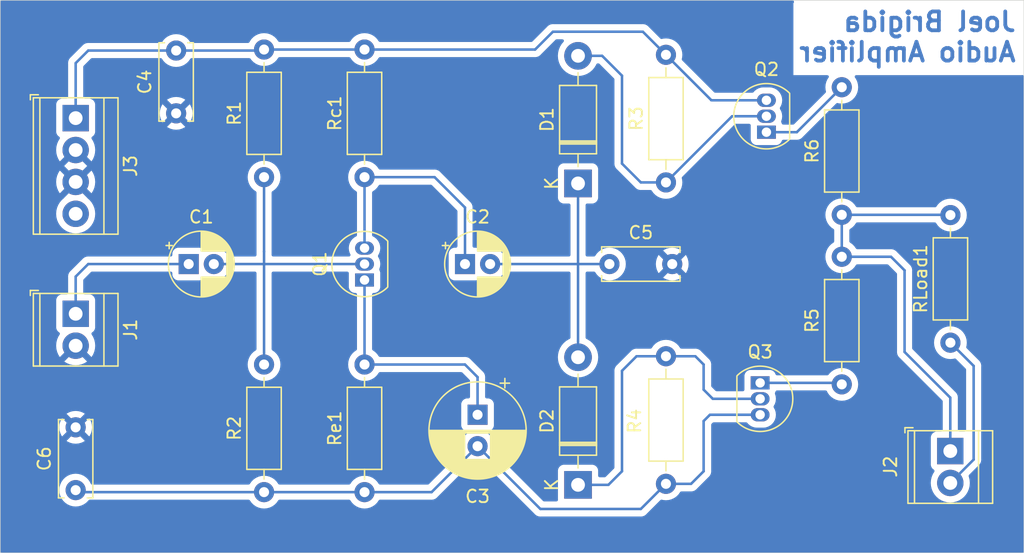
<source format=kicad_pcb>
(kicad_pcb (version 20221018) (generator pcbnew)
  (layers (0 "F.Cu" signal) (31 "B.Cu" signal) (34 "B.Paste" user) (35 "F.Paste" user) (36 "B.SilkS" user "B.Silkscreen") (37 "F.SilkS" user "F.Silkscreen") (38 "B.Mask" user) (39 "F.Mask" user) (44 "Edge.Cuts" user))
  (net 0 "")
  (net 1 "/Vin")
  (net 2 "Net-(Q1-B)")
  (net 3 "Net-(Q1-C)")
  (net 4 "Net-(D1-K)")
  (net 5 "Net-(Q1-E)")
  (net 6 "/Vee (-9V)")
  (net 7 "GNDREF")
  (net 8 "/Vcc (+9V)")
  (net 9 "Net-(D1-A)")
  (net 10 "Net-(D2-K)")
  (net 11 "/Vout")
  (net 12 "Net-(Q2-E)")
  (net 13 "Net-(Q3-E)")
  (footprint "Capacitor_THT:CP_Radial_D5.0mm_P2.00mm" (layer "F.Cu") (at 140 93)
    (fp_text reference "C2" (at 1 -3.75) (layer "F.SilkS"))
    (fp_text value "10uF")
    (pad "1" thru_hole rect (at 0 0) (size 1.6 1.6) (drill 0.8) (layers "*.Cu" "*.Mask") (net 3 "Net-(Q1-C)"))
    (pad "2" thru_hole circle (at 2 0) (size 1.6 1.6) (drill 0.8) (layers "*.Cu" "*.Mask") (net 4 "Net-(D1-K)"))
  )
  (footprint "Resistor_THT:R_Axial_DIN0207_L6.3mm_D2.5mm_P10.16mm_Horizontal" (layer "F.Cu") (at 156 86.5 90)
    (fp_text reference "R3" (at 5.08 -2.37 90) (layer "F.SilkS"))
    (fp_text value "20k")
    (pad "1" thru_hole circle (at 0 0 90) (size 1.6 1.6) (drill 0.8) (layers "*.Cu" "*.Mask") (net 9 "Net-(D1-A)"))
    (pad "2" thru_hole oval (at 10.16 0 90) (size 1.6 1.6) (drill 0.8) (layers "*.Cu" "*.Mask") (net 8 "/Vcc (+9V)"))
  )
  (footprint "Diode_THT:D_DO-41_SOD81_P10.16mm_Horizontal" (layer "F.Cu") (at 149 110.58 90)
    (fp_text reference "D2" (at 5.08 -2.47 90) (layer "F.SilkS"))
    (fp_text value "1N4002")
    (fp_text user "K" (at 0 -2.1 90) (layer "F.SilkS"))
    (pad "1" thru_hole rect (at 0 0 90) (size 2.2 2.2) (drill 1.1) (layers "*.Cu" "*.Mask") (net 10 "Net-(D2-K)"))
    (pad "2" thru_hole oval (at 10.16 0 90) (size 2.2 2.2) (drill 1.1) (layers "*.Cu" "*.Mask") (net 4 "Net-(D1-K)"))
  )
  (footprint "TerminalBlock_TE-Connectivity:TerminalBlock_TE_282834-4_1x04_P2.54mm_Horizontal" (layer "F.Cu") (at 109 81.38 -90)
    (fp_text reference "J3" (at 3.81 -4.37 90) (layer "F.SilkS"))
    (fp_text value "-9V GND +9V")
    (pad "1" thru_hole rect (at 0 0 270) (size 2.1 2.1) (drill 1.1) (layers "*.Cu" "*.Mask") (net 8 "/Vcc (+9V)"))
    (pad "2" thru_hole circle (at 2.54 0 270) (size 2.1 2.1) (drill 1.1) (layers "*.Cu" "*.Mask") (net 7 "GNDREF"))
    (pad "3" thru_hole circle (at 5.08 0 270) (size 2.1 2.1) (drill 1.1) (layers "*.Cu" "*.Mask") (net 7 "GNDREF"))
    (pad "4" thru_hole circle (at 7.62 0 270) (size 2.1 2.1) (drill 1.1) (layers "*.Cu" "*.Mask") (net 6 "/Vee (-9V)"))
  )
  (footprint "Resistor_THT:R_Axial_DIN0207_L6.3mm_D2.5mm_P10.16mm_Horizontal" (layer "F.Cu") (at 178.65 99.26 90)
    (fp_text reference "RLoad1" (at 5.08 -2.37 90) (layer "F.SilkS"))
    (fp_text value "100k")
    (pad "1" thru_hole circle (at 0 0 90) (size 1.6 1.6) (drill 0.8) (layers "*.Cu" "*.Mask") (net 6 "/Vee (-9V)"))
    (pad "2" thru_hole oval (at 10.16 0 90) (size 1.6 1.6) (drill 0.8) (layers "*.Cu" "*.Mask") (net 11 "/Vout"))
  )
  (footprint "Resistor_THT:R_Axial_DIN0207_L6.3mm_D2.5mm_P10.16mm_Horizontal" (layer "F.Cu") (at 156 110.5 90)
    (fp_text reference "R4" (at 5 -2.5 90) (layer "F.SilkS"))
    (fp_text value "20k")
    (pad "1" thru_hole circle (at 0 0 90) (size 1.6 1.6) (drill 0.8) (layers "*.Cu" "*.Mask") (net 6 "/Vee (-9V)"))
    (pad "2" thru_hole oval (at 10.16 0 90) (size 1.6 1.6) (drill 0.8) (layers "*.Cu" "*.Mask") (net 10 "Net-(D2-K)"))
  )
  (footprint "Capacitor_THT:C_Disc_D6.0mm_W2.5mm_P5.00mm" (layer "F.Cu") (at 109 111 90)
    (fp_text reference "C6" (at 2.5 -2.5 90) (layer "F.SilkS"))
    (fp_text value "0.1uF")
    (pad "1" thru_hole circle (at 0 0 90) (size 1.6 1.6) (drill 0.8) (layers "*.Cu" "*.Mask") (net 6 "/Vee (-9V)"))
    (pad "2" thru_hole circle (at 5 0 90) (size 1.6 1.6) (drill 0.8) (layers "*.Cu" "*.Mask") (net 7 "GNDREF"))
  )
  (footprint "TerminalBlock_TE-Connectivity:TerminalBlock_TE_282834-2_1x02_P2.54mm_Horizontal" (layer "F.Cu") (at 109 96.96 -90)
    (fp_text reference "J1" (at 1.27 -4.37 -270) (layer "F.SilkS"))
    (fp_text value "Signal In (10mV)")
    (pad "1" thru_hole rect (at 0 0 270) (size 2.1 2.1) (drill 1.1) (layers "*.Cu" "*.Mask") (net 1 "/Vin"))
    (pad "2" thru_hole circle (at 2.54 0 270) (size 2.1 2.1) (drill 1.1) (layers "*.Cu" "*.Mask") (net 7 "GNDREF"))
  )
  (footprint "Package_TO_SOT_THT:TO-92_Inline" (layer "F.Cu") (at 163.5 102.46 -90)
    (fp_text reference "Q3" (at -2.46 0 -180) (layer "F.SilkS"))
    (fp_text value "2N3906")
    (pad "1" thru_hole rect (at 0 0 270) (size 1.05 1.5) (drill 0.75) (layers "*.Cu" "*.Mask") (net 13 "Net-(Q3-E)"))
    (pad "2" thru_hole oval (at 1.27 0 270) (size 1.05 1.5) (drill 0.75) (layers "*.Cu" "*.Mask") (net 10 "Net-(D2-K)"))
    (pad "3" thru_hole oval (at 2.54 0 270) (size 1.05 1.5) (drill 0.75) (layers "*.Cu" "*.Mask") (net 6 "/Vee (-9V)"))
  )
  (footprint "Package_TO_SOT_THT:TO-92_Inline" (layer "F.Cu") (at 164 82.5 90)
    (fp_text reference "Q2" (at 5 0 180) (layer "F.SilkS"))
    (fp_text value "2N3904")
    (pad "1" thru_hole rect (at 0 0 90) (size 1.05 1.5) (drill 0.75) (layers "*.Cu" "*.Mask") (net 12 "Net-(Q2-E)"))
    (pad "2" thru_hole oval (at 1.27 0 90) (size 1.05 1.5) (drill 0.75) (layers "*.Cu" "*.Mask") (net 9 "Net-(D1-A)"))
    (pad "3" thru_hole oval (at 2.54 0 90) (size 1.05 1.5) (drill 0.75) (layers "*.Cu" "*.Mask") (net 8 "/Vcc (+9V)"))
  )
  (footprint "Package_TO_SOT_THT:TO-92_Inline" (layer "F.Cu") (at 132 94.27 90)
    (fp_text reference "Q1" (at 1.27 -3.56 90) (layer "F.SilkS"))
    (fp_text value "2N3904")
    (pad "1" thru_hole rect (at 0 0 90) (size 1.05 1.5) (drill 0.75) (layers "*.Cu" "*.Mask") (net 5 "Net-(Q1-E)"))
    (pad "2" thru_hole oval (at 1.27 0 90) (size 1.05 1.5) (drill 0.75) (layers "*.Cu" "*.Mask") (net 2 "Net-(Q1-B)"))
    (pad "3" thru_hole oval (at 2.54 0 90) (size 1.05 1.5) (drill 0.75) (layers "*.Cu" "*.Mask") (net 3 "Net-(Q1-C)"))
  )
  (footprint "Capacitor_THT:CP_Radial_D5.0mm_P2.00mm" (layer "F.Cu") (at 118 93)
    (fp_text reference "C1" (at 1 -3.75) (layer "F.SilkS"))
    (fp_text value "10uF")
    (pad "1" thru_hole rect (at 0 0) (size 1.6 1.6) (drill 0.8) (layers "*.Cu" "*.Mask") (net 1 "/Vin"))
    (pad "2" thru_hole circle (at 2 0) (size 1.6 1.6) (drill 0.8) (layers "*.Cu" "*.Mask") (net 2 "Net-(Q1-B)"))
  )
  (footprint "Resistor_THT:R_Axial_DIN0207_L6.3mm_D2.5mm_P10.16mm_Horizontal" (layer "F.Cu") (at 170 102.58 90)
    (fp_text reference "R5" (at 5.08 -2.37 90) (layer "F.SilkS"))
    (fp_text value "10")
    (pad "1" thru_hole circle (at 0 0 90) (size 1.6 1.6) (drill 0.8) (layers "*.Cu" "*.Mask") (net 13 "Net-(Q3-E)"))
    (pad "2" thru_hole oval (at 10.16 0 90) (size 1.6 1.6) (drill 0.8) (layers "*.Cu" "*.Mask") (net 11 "/Vout"))
  )
  (footprint "Resistor_THT:R_Axial_DIN0207_L6.3mm_D2.5mm_P10.16mm_Horizontal" (layer "F.Cu") (at 132 86.08 90)
    (fp_text reference "Rc1" (at 5.08 -2.37 90) (layer "F.SilkS"))
    (fp_text value "1.2k")
    (pad "1" thru_hole circle (at 0 0 90) (size 1.6 1.6) (drill 0.8) (layers "*.Cu" "*.Mask") (net 3 "Net-(Q1-C)"))
    (pad "2" thru_hole oval (at 10.16 0 90) (size 1.6 1.6) (drill 0.8) (layers "*.Cu" "*.Mask") (net 8 "/Vcc (+9V)"))
  )
  (footprint "Capacitor_THT:C_Disc_D6.0mm_W2.5mm_P5.00mm" (layer "F.Cu") (at 151.5 93)
    (fp_text reference "C5" (at 2.5 -2.5) (layer "F.SilkS"))
    (fp_text value ".001uF")
    (pad "1" thru_hole circle (at 0 0) (size 1.6 1.6) (drill 0.8) (layers "*.Cu" "*.Mask") (net 4 "Net-(D1-K)"))
    (pad "2" thru_hole circle (at 5 0) (size 1.6 1.6) (drill 0.8) (layers "*.Cu" "*.Mask") (net 7 "GNDREF"))
  )
  (footprint "Capacitor_THT:C_Disc_D6.0mm_W2.5mm_P5.00mm" (layer "F.Cu") (at 117 81 90)
    (fp_text reference "C4" (at 2.5 -2.5 90) (layer "F.SilkS"))
    (fp_text value "0.1uF")
    (pad "1" thru_hole circle (at 0 0 90) (size 1.6 1.6) (drill 0.8) (layers "*.Cu" "*.Mask") (net 7 "GNDREF"))
    (pad "2" thru_hole circle (at 5 0 90) (size 1.6 1.6) (drill 0.8) (layers "*.Cu" "*.Mask") (net 8 "/Vcc (+9V)"))
  )
  (footprint "TerminalBlock_TE-Connectivity:TerminalBlock_TE_282834-2_1x02_P2.54mm_Horizontal" (layer "F.Cu") (at 178.64 107.89 -90)
    (fp_text reference "J2" (at 1.24 4.76 90) (layer "F.SilkS"))
    (fp_text value "Amplified Output")
    (pad "1" thru_hole rect (at 0 0 270) (size 2.1 2.1) (drill 1.1) (layers "*.Cu" "*.Mask") (net 11 "/Vout"))
    (pad "2" thru_hole circle (at 2.54 0 270) (size 2.1 2.1) (drill 1.1) (layers "*.Cu" "*.Mask") (net 6 "/Vee (-9V)"))
  )
  (footprint "Resistor_THT:R_Axial_DIN0207_L6.3mm_D2.5mm_P10.16mm_Horizontal" (layer "F.Cu") (at 170 89.08 90)
    (fp_text reference "R6" (at 5.08 -2.37 90) (layer "F.SilkS"))
    (fp_text value "10")
    (pad "1" thru_hole circle (at 0 0 90) (size 1.6 1.6) (drill 0.8) (layers "*.Cu" "*.Mask") (net 11 "/Vout"))
    (pad "2" thru_hole oval (at 10.16 0 90) (size 1.6 1.6) (drill 0.8) (layers "*.Cu" "*.Mask") (net 12 "Net-(Q2-E)"))
  )
  (footprint "Diode_THT:D_DO-41_SOD81_P10.16mm_Horizontal" (layer "F.Cu") (at 149 86.58 90)
    (fp_text reference "D1" (at 5.08 -2.47 90) (layer "F.SilkS"))
    (fp_text value "1N4002")
    (fp_text user "K" (at 0 -2.1 90) (layer "F.SilkS"))
    (pad "1" thru_hole rect (at 0 0 90) (size 2.2 2.2) (drill 1.1) (layers "*.Cu" "*.Mask") (net 4 "Net-(D1-K)"))
    (pad "2" thru_hole oval (at 10.16 0 90) (size 2.2 2.2) (drill 1.1) (layers "*.Cu" "*.Mask") (net 9 "Net-(D1-A)"))
  )
  (footprint "Resistor_THT:R_Axial_DIN0207_L6.3mm_D2.5mm_P10.16mm_Horizontal" (layer "F.Cu") (at 124 86.08 90)
    (fp_text reference "R1" (at 5.08 -2.37 90) (layer "F.SilkS"))
    (fp_text value "27k")
    (pad "1" thru_hole circle (at 0 0 90) (size 1.6 1.6) (drill 0.8) (layers "*.Cu" "*.Mask") (net 2 "Net-(Q1-B)"))
    (pad "2" thru_hole oval (at 10.16 0 90) (size 1.6 1.6) (drill 0.8) (layers "*.Cu" "*.Mask") (net 8 "/Vcc (+9V)"))
  )
  (footprint "Resistor_THT:R_Axial_DIN0207_L6.3mm_D2.5mm_P10.16mm_Horizontal" (layer "F.Cu") (at 132 111.16 90)
    (fp_text reference "Re1" (at 5.08 -2.37 90) (layer "F.SilkS"))
    (fp_text value "55")
    (pad "1" thru_hole circle (at 0 0 90) (size 1.6 1.6) (drill 0.8) (layers "*.Cu" "*.Mask") (net 6 "/Vee (-9V)"))
    (pad "2" thru_hole oval (at 10.16 0 90) (size 1.6 1.6) (drill 0.8) (layers "*.Cu" "*.Mask") (net 5 "Net-(Q1-E)"))
  )
  (footprint "Capacitor_THT:CP_Radial_D7.5mm_P2.50mm" (layer "F.Cu") (at 141 105 -90)
    (fp_text reference "C3" (at 6.5 0 -180) (layer "F.SilkS"))
    (fp_text value "100uF")
    (pad "1" thru_hole rect (at 0 0 270) (size 1.6 1.6) (drill 0.8) (layers "*.Cu" "*.Mask") (net 5 "Net-(Q1-E)"))
    (pad "2" thru_hole circle (at 2.5 0 270) (size 1.6 1.6) (drill 0.8) (layers "*.Cu" "*.Mask") (net 6 "/Vee (-9V)"))
  )
  (footprint "Resistor_THT:R_Axial_DIN0207_L6.3mm_D2.5mm_P10.16mm_Horizontal" (layer "F.Cu") (at 124 111.16 90)
    (fp_text reference "R2" (at 5.08 -2.37 90) (layer "F.SilkS"))
    (fp_text value "2.2k")
    (pad "1" thru_hole circle (at 0 0 90) (size 1.6 1.6) (drill 0.8) (layers "*.Cu" "*.Mask") (net 6 "/Vee (-9V)"))
    (pad "2" thru_hole oval (at 10.16 0 90) (size 1.6 1.6) (drill 0.8) (layers "*.Cu" "*.Mask") (net 2 "Net-(Q1-B)"))
  )
  (gr_rect (start 103 72) (end 184.5 116) (stroke (width 0.05)) (fill none) (layer "Edge.Cuts"))
  (gr_text "Joel Brigida\nAudio Amplifier\n" (at 184 77) (layer "B.Cu") (effects (font (size 1.5 1.5) (thickness 0.3) bold) (justify left bottom mirror)))
  (segment (start 110 93) (end 118 93) (width 0.2) (layer "B.Cu") (net 1))
  (segment (start 109 94) (end 110 93) (width 0.2) (layer "B.Cu") (net 1))
  (segment (start 109 96.96) (end 109 94) (width 0.2) (layer "B.Cu") (net 1))
  (segment (start 124 101) (end 124 93) (width 0.2) (layer "B.Cu") (net 2))
  (segment (start 124 93) (end 124 92) (width 0.2) (layer "B.Cu") (net 2))
  (segment (start 120 93) (end 124 93) (width 0.2) (layer "B.Cu") (net 2))
  (segment (start 124 92) (end 124 86.08) (width 0.2) (layer "B.Cu") (net 2))
  (segment (start 132 93) (end 124 93) (width 0.2) (layer "B.Cu") (net 2))
  (segment (start 132 86.08) (end 137.58 86.08) (width 0.2) (layer "B.Cu") (net 3))
  (segment (start 140 88.5) (end 140 93) (width 0.2) (layer "B.Cu") (net 3))
  (segment (start 137.58 86.08) (end 140 88.5) (width 0.2) (layer "B.Cu") (net 3))
  (segment (start 132 91.73) (end 132 86.08) (width 0.2) (layer "B.Cu") (net 3))
  (segment (start 149 93) (end 142 93) (width 0.2) (layer "B.Cu") (net 4))
  (segment (start 149 93) (end 149 100.42) (width 0.2) (layer "B.Cu") (net 4))
  (segment (start 151.5 93) (end 149 93) (width 0.2) (layer "B.Cu") (net 4))
  (segment (start 149 86.58) (end 149 93) (width 0.2) (layer "B.Cu") (net 4))
  (segment (start 141 102) (end 140 101) (width 0.2) (layer "B.Cu") (net 5))
  (segment (start 140 101) (end 132 101) (width 0.2) (layer "B.Cu") (net 5))
  (segment (start 141 105) (end 141 102) (width 0.2) (layer "B.Cu") (net 5))
  (segment (start 132 94.27) (end 132 101) (width 0.2) (layer "B.Cu") (net 5))
  (segment (start 159 109.5) (end 158 110.5) (width 0.2) (layer "B.Cu") (net 6))
  (segment (start 141 107.5) (end 146 112.5) (width 0.2) (layer "B.Cu") (net 6))
  (segment (start 137.34 111.16) (end 141 107.5) (width 0.2) (layer "B.Cu") (net 6))
  (segment (start 109.16 111.16) (end 109 111) (width 0.2) (layer "B.Cu") (net 6))
  (segment (start 124 111.16) (end 109.16 111.16) (width 0.2) (layer "B.Cu") (net 6))
  (segment (start 163.5 105) (end 159.5 105) (width 0.2) (layer "B.Cu") (net 6))
  (segment (start 158 110.5) (end 156 110.5) (width 0.2) (layer "B.Cu") (net 6))
  (segment (start 178.65 99.26) (end 180.5 101.11) (width 0.2) (layer "B.Cu") (net 6))
  (segment (start 180.5 108.57) (end 178.64 110.43) (width 0.2) (layer "B.Cu") (net 6))
  (segment (start 146 112.5) (end 154 112.5) (width 0.2) (layer "B.Cu") (net 6))
  (segment (start 132 111.16) (end 137.34 111.16) (width 0.2) (layer "B.Cu") (net 6))
  (segment (start 154 112.5) (end 156 110.5) (width 0.2) (layer "B.Cu") (net 6))
  (segment (start 180.5 101.11) (end 180.5 108.57) (width 0.2) (layer "B.Cu") (net 6))
  (segment (start 159 105.5) (end 159 109.5) (width 0.2) (layer "B.Cu") (net 6))
  (segment (start 124 111.16) (end 132 111.16) (width 0.2) (layer "B.Cu") (net 6))
  (segment (start 159.5 105) (end 159 105.5) (width 0.2) (layer "B.Cu") (net 6))
  (segment (start 159.62 79.96) (end 156 76.34) (width 0.2) (layer "B.Cu") (net 8))
  (segment (start 147 74.5) (end 154.16 74.5) (width 0.2) (layer "B.Cu") (net 8))
  (segment (start 164 79.96) (end 159.62 79.96) (width 0.2) (layer "B.Cu") (net 8))
  (segment (start 117 76) (end 123.92 76) (width 0.2) (layer "B.Cu") (net 8))
  (segment (start 123.92 76) (end 124 75.92) (width 0.2) (layer "B.Cu") (net 8))
  (segment (start 132 75.92) (end 145.58 75.92) (width 0.2) (layer "B.Cu") (net 8))
  (segment (start 124 75.92) (end 132 75.92) (width 0.2) (layer "B.Cu") (net 8))
  (segment (start 109 77) (end 110 76) (width 0.2) (layer "B.Cu") (net 8))
  (segment (start 154.16 74.5) (end 156 76.34) (width 0.2) (layer "B.Cu") (net 8))
  (segment (start 145.58 75.92) (end 147 74.5) (width 0.2) (layer "B.Cu") (net 8))
  (segment (start 109 81.38) (end 109 77) (width 0.2) (layer "B.Cu") (net 8))
  (segment (start 110 76) (end 117 76) (width 0.2) (layer "B.Cu") (net 8))
  (segment (start 161.27 81.23) (end 156 86.5) (width 0.2) (layer "B.Cu") (net 9))
  (segment (start 150.92 76.42) (end 149 76.42) (width 0.2) (layer "B.Cu") (net 9))
  (segment (start 152.5 78) (end 150.92 76.42) (width 0.2) (layer "B.Cu") (net 9))
  (segment (start 164 81.23) (end 161.27 81.23) (width 0.2) (layer "B.Cu") (net 9))
  (segment (start 152.5 85) (end 152.5 78) (width 0.2) (layer "B.Cu") (net 9))
  (segment (start 156 86.5) (end 154 86.5) (width 0.2) (layer "B.Cu") (net 9))
  (segment (start 154 86.5) (end 152.5 85) (width 0.2) (layer "B.Cu") (net 9))
  (segment (start 159 101) (end 159 103) (width 0.2) (layer "B.Cu") (net 10))
  (segment (start 152.5 109.5) (end 152.5 101.5) (width 0.2) (layer "B.Cu") (net 10))
  (segment (start 159.73 103.73) (end 163.5 103.73) (width 0.2) (layer "B.Cu") (net 10))
  (segment (start 158.34 100.34) (end 159 101) (width 0.2) (layer "B.Cu") (net 10))
  (segment (start 152.5 101.5) (end 153.66 100.34) (width 0.2) (layer "B.Cu") (net 10))
  (segment (start 153.66 100.34) (end 156 100.34) (width 0.2) (layer "B.Cu") (net 10))
  (segment (start 156 100.34) (end 158.34 100.34) (width 0.2) (layer "B.Cu") (net 10))
  (segment (start 159 103) (end 159.73 103.73) (width 0.2) (layer "B.Cu") (net 10))
  (segment (start 149 110.58) (end 151.42 110.58) (width 0.2) (layer "B.Cu") (net 10))
  (segment (start 151.42 110.58) (end 152.5 109.5) (width 0.2) (layer "B.Cu") (net 10))
  (segment (start 170 92.42) (end 173.92 92.42) (width 0.2) (layer "B.Cu") (net 11))
  (segment (start 175 100) (end 178.64 103.64) (width 0.2) (layer "B.Cu") (net 11))
  (segment (start 175 93.5) (end 175 100) (width 0.2) (layer "B.Cu") (net 11))
  (segment (start 170 89.08) (end 178.63 89.08) (width 0.2) (layer "B.Cu") (net 11))
  (segment (start 178.63 89.08) (end 178.65 89.1) (width 0.2) (layer "B.Cu") (net 11))
  (segment (start 178.64 103.64) (end 178.64 107.89) (width 0.2) (layer "B.Cu") (net 11))
  (segment (start 170 93) (end 170 89.08) (width 0.2) (layer "B.Cu") (net 11))
  (segment (start 173.92 92.42) (end 175 93.5) (width 0.2) (layer "B.Cu") (net 11))
  (segment (start 166.42 82.5) (end 164 82.5) (width 0.2) (layer "B.Cu") (net 12))
  (segment (start 170 78.92) (end 166.42 82.5) (width 0.2) (layer "B.Cu") (net 12))
  (segment (start 163.5 102.46) (end 169.88 102.46) (width 0.2) (layer "B.Cu") (net 13))
  (segment (start 169.88 102.46) (end 170 102.58) (width 0.2) (layer "B.Cu") (net 13))
  (zone (net 7) (net_name "GNDREF") (layer "B.Cu") (connect_pads (clearance 0.5)) (min_thickness 0.25) (fill yes (thermal_gap 0.5) (thermal_bridge_width 0.5))
    (polygon (pts (xy 184.5 72) (xy 103 72) (xy 103 116) (xy 184.5 116)))
  )
)
</source>
